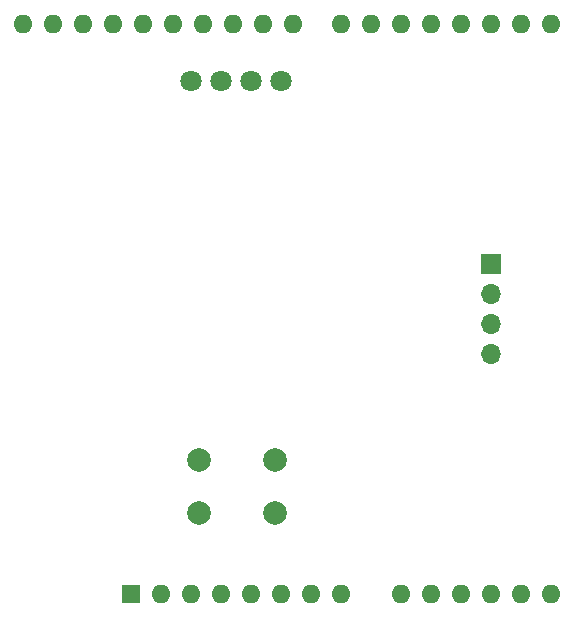
<source format=gbr>
%TF.GenerationSoftware,KiCad,Pcbnew,(6.0.2)*%
%TF.CreationDate,2022-03-01T12:54:46-05:00*%
%TF.ProjectId,arduino_shield,61726475-696e-46f5-9f73-6869656c642e,A*%
%TF.SameCoordinates,PX8954400PY4e95300*%
%TF.FileFunction,Soldermask,Bot*%
%TF.FilePolarity,Negative*%
%FSLAX46Y46*%
G04 Gerber Fmt 4.6, Leading zero omitted, Abs format (unit mm)*
G04 Created by KiCad (PCBNEW (6.0.2)) date 2022-03-01 12:54:46*
%MOMM*%
%LPD*%
G01*
G04 APERTURE LIST*
%ADD10C,1.800000*%
%ADD11C,2.000000*%
%ADD12R,1.700000X1.700000*%
%ADD13O,1.700000X1.700000*%
%ADD14R,1.600000X1.600000*%
%ADD15O,1.600000X1.600000*%
G04 APERTURE END LIST*
D10*
%TO.C,DS1*%
X17940000Y-8300000D03*
X20480000Y-8300000D03*
X23020000Y-8300000D03*
X25560000Y-8300000D03*
%TD*%
D11*
%TO.C,SW1*%
X25050000Y-40400000D03*
X18550000Y-40400000D03*
X18550000Y-44900000D03*
X25050000Y-44900000D03*
%TD*%
D12*
%TO.C,J1*%
X43270000Y-23815000D03*
D13*
X43270000Y-26355000D03*
X43270000Y-28895000D03*
X43270000Y-31435000D03*
%TD*%
D14*
%TO.C,A1*%
X12825000Y-51740000D03*
D15*
X15365000Y-51740000D03*
X17905000Y-51740000D03*
X20445000Y-51740000D03*
X22985000Y-51740000D03*
X25525000Y-51740000D03*
X28065000Y-51740000D03*
X30605000Y-51740000D03*
X35685000Y-51740000D03*
X38225000Y-51740000D03*
X40765000Y-51740000D03*
X43305000Y-51740000D03*
X45845000Y-51740000D03*
X48385000Y-51740000D03*
X48385000Y-3480000D03*
X45845000Y-3480000D03*
X43305000Y-3480000D03*
X40765000Y-3480000D03*
X38225000Y-3480000D03*
X35685000Y-3480000D03*
X33145000Y-3480000D03*
X30605000Y-3480000D03*
X26545000Y-3480000D03*
X24005000Y-3480000D03*
X21465000Y-3480000D03*
X18925000Y-3480000D03*
X16385000Y-3480000D03*
X13845000Y-3480000D03*
X11305000Y-3480000D03*
X8765000Y-3480000D03*
X6225000Y-3480000D03*
X3685000Y-3480000D03*
%TD*%
M02*

</source>
